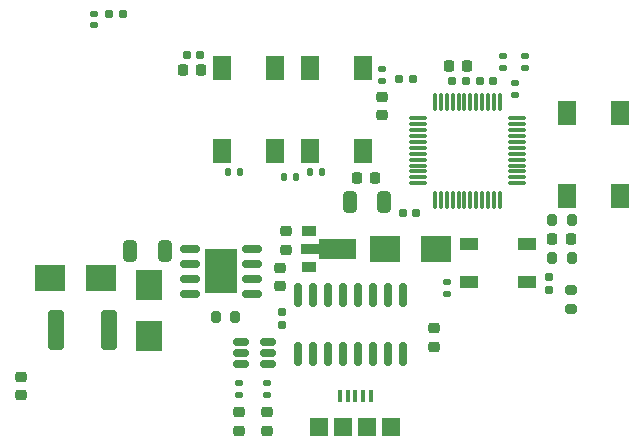
<source format=gtp>
%TF.GenerationSoftware,KiCad,Pcbnew,6.0.6-3a73a75311~116~ubuntu20.04.1*%
%TF.CreationDate,2022-07-24T13:39:07-06:00*%
%TF.ProjectId,fancy-node,66616e63-792d-46e6-9f64-652e6b696361,rev?*%
%TF.SameCoordinates,Original*%
%TF.FileFunction,Paste,Top*%
%TF.FilePolarity,Positive*%
%FSLAX46Y46*%
G04 Gerber Fmt 4.6, Leading zero omitted, Abs format (unit mm)*
G04 Created by KiCad (PCBNEW 6.0.6-3a73a75311~116~ubuntu20.04.1) date 2022-07-24 13:39:07*
%MOMM*%
%LPD*%
G01*
G04 APERTURE LIST*
G04 Aperture macros list*
%AMRoundRect*
0 Rectangle with rounded corners*
0 $1 Rounding radius*
0 $2 $3 $4 $5 $6 $7 $8 $9 X,Y pos of 4 corners*
0 Add a 4 corners polygon primitive as box body*
4,1,4,$2,$3,$4,$5,$6,$7,$8,$9,$2,$3,0*
0 Add four circle primitives for the rounded corners*
1,1,$1+$1,$2,$3*
1,1,$1+$1,$4,$5*
1,1,$1+$1,$6,$7*
1,1,$1+$1,$8,$9*
0 Add four rect primitives between the rounded corners*
20,1,$1+$1,$2,$3,$4,$5,0*
20,1,$1+$1,$4,$5,$6,$7,0*
20,1,$1+$1,$6,$7,$8,$9,0*
20,1,$1+$1,$8,$9,$2,$3,0*%
%AMFreePoly0*
4,1,9,3.862500,-0.866500,0.737500,-0.866500,0.737500,-0.450000,-0.737500,-0.450000,-0.737500,0.450000,0.737500,0.450000,0.737500,0.866500,3.862500,0.866500,3.862500,-0.866500,3.862500,-0.866500,$1*%
G04 Aperture macros list end*
%ADD10RoundRect,0.135000X-0.135000X-0.185000X0.135000X-0.185000X0.135000X0.185000X-0.135000X0.185000X0*%
%ADD11RoundRect,0.155000X0.155000X-0.212500X0.155000X0.212500X-0.155000X0.212500X-0.155000X-0.212500X0*%
%ADD12RoundRect,0.250000X-0.325000X-0.650000X0.325000X-0.650000X0.325000X0.650000X-0.325000X0.650000X0*%
%ADD13R,2.500000X2.300000*%
%ADD14RoundRect,0.200000X-0.275000X0.200000X-0.275000X-0.200000X0.275000X-0.200000X0.275000X0.200000X0*%
%ADD15RoundRect,0.225000X-0.250000X0.225000X-0.250000X-0.225000X0.250000X-0.225000X0.250000X0.225000X0*%
%ADD16RoundRect,0.200000X0.200000X0.275000X-0.200000X0.275000X-0.200000X-0.275000X0.200000X-0.275000X0*%
%ADD17RoundRect,0.150000X0.150000X-0.825000X0.150000X0.825000X-0.150000X0.825000X-0.150000X-0.825000X0*%
%ADD18RoundRect,0.225000X0.225000X0.250000X-0.225000X0.250000X-0.225000X-0.250000X0.225000X-0.250000X0*%
%ADD19R,1.500000X1.000000*%
%ADD20RoundRect,0.150000X0.675000X0.150000X-0.675000X0.150000X-0.675000X-0.150000X0.675000X-0.150000X0*%
%ADD21R,2.700000X3.800000*%
%ADD22RoundRect,0.075000X-0.075000X0.662500X-0.075000X-0.662500X0.075000X-0.662500X0.075000X0.662500X0*%
%ADD23RoundRect,0.075000X-0.662500X0.075000X-0.662500X-0.075000X0.662500X-0.075000X0.662500X0.075000X0*%
%ADD24RoundRect,0.135000X0.185000X-0.135000X0.185000X0.135000X-0.185000X0.135000X-0.185000X-0.135000X0*%
%ADD25RoundRect,0.200000X-0.200000X-0.275000X0.200000X-0.275000X0.200000X0.275000X-0.200000X0.275000X0*%
%ADD26RoundRect,0.250000X0.400000X1.450000X-0.400000X1.450000X-0.400000X-1.450000X0.400000X-1.450000X0*%
%ADD27RoundRect,0.155000X0.212500X0.155000X-0.212500X0.155000X-0.212500X-0.155000X0.212500X-0.155000X0*%
%ADD28R,2.300000X2.500000*%
%ADD29RoundRect,0.155000X-0.212500X-0.155000X0.212500X-0.155000X0.212500X0.155000X-0.212500X0.155000X0*%
%ADD30RoundRect,0.225000X-0.225000X-0.250000X0.225000X-0.250000X0.225000X0.250000X-0.225000X0.250000X0*%
%ADD31RoundRect,0.135000X0.135000X0.185000X-0.135000X0.185000X-0.135000X-0.185000X0.135000X-0.185000X0*%
%ADD32R,1.500000X2.000000*%
%ADD33RoundRect,0.218750X-0.256250X0.218750X-0.256250X-0.218750X0.256250X-0.218750X0.256250X0.218750X0*%
%ADD34RoundRect,0.147500X-0.172500X0.147500X-0.172500X-0.147500X0.172500X-0.147500X0.172500X0.147500X0*%
%ADD35RoundRect,0.225000X0.250000X-0.225000X0.250000X0.225000X-0.250000X0.225000X-0.250000X-0.225000X0*%
%ADD36R,0.320000X1.080000*%
%ADD37R,1.500000X1.550000*%
%ADD38RoundRect,0.150000X0.512500X0.150000X-0.512500X0.150000X-0.512500X-0.150000X0.512500X-0.150000X0*%
%ADD39R,1.300000X0.900000*%
%ADD40FreePoly0,0.000000*%
G04 APERTURE END LIST*
D10*
%TO.C,R4*%
X57090000Y-79200000D03*
X58110000Y-79200000D03*
%TD*%
D11*
%TO.C,C1*%
X56900000Y-91767500D03*
X56900000Y-90632500D03*
%TD*%
%TO.C,C7*%
X79500000Y-88800000D03*
X79500000Y-87665000D03*
%TD*%
D12*
%TO.C,C14*%
X44025000Y-85500000D03*
X46975000Y-85500000D03*
%TD*%
D13*
%TO.C,D5*%
X65650000Y-85300000D03*
X69950000Y-85300000D03*
%TD*%
D14*
%TO.C,R8*%
X81400000Y-88775000D03*
X81400000Y-90425000D03*
%TD*%
D15*
%TO.C,C8*%
X57200000Y-83825000D03*
X57200000Y-85375000D03*
%TD*%
D16*
%TO.C,R10*%
X81425000Y-86100000D03*
X79775000Y-86100000D03*
%TD*%
D17*
%TO.C,U1*%
X58255000Y-94175000D03*
X59525000Y-94175000D03*
X60795000Y-94175000D03*
X62065000Y-94175000D03*
X63335000Y-94175000D03*
X64605000Y-94175000D03*
X65875000Y-94175000D03*
X67145000Y-94175000D03*
X67145000Y-89225000D03*
X65875000Y-89225000D03*
X64605000Y-89225000D03*
X63335000Y-89225000D03*
X62065000Y-89225000D03*
X60795000Y-89225000D03*
X59525000Y-89225000D03*
X58255000Y-89225000D03*
%TD*%
D13*
%TO.C,D3*%
X41550000Y-87800000D03*
X37250000Y-87800000D03*
%TD*%
D18*
%TO.C,C16*%
X50075000Y-70200000D03*
X48525000Y-70200000D03*
%TD*%
D19*
%TO.C,U3*%
X72750000Y-84900000D03*
X72750000Y-88100000D03*
X77650000Y-88100000D03*
X77650000Y-84900000D03*
%TD*%
D20*
%TO.C,U6*%
X54325000Y-89105000D03*
X54325000Y-87835000D03*
X54325000Y-86565000D03*
X54325000Y-85295000D03*
X49075000Y-85295000D03*
X49075000Y-86565000D03*
X49075000Y-87835000D03*
X49075000Y-89105000D03*
D21*
X51700000Y-87200000D03*
%TD*%
D22*
%TO.C,U2*%
X75350000Y-72837500D03*
X74850000Y-72837500D03*
X74350000Y-72837500D03*
X73850000Y-72837500D03*
X73350000Y-72837500D03*
X72850000Y-72837500D03*
X72350000Y-72837500D03*
X71850000Y-72837500D03*
X71350000Y-72837500D03*
X70850000Y-72837500D03*
X70350000Y-72837500D03*
X69850000Y-72837500D03*
D23*
X68437500Y-74250000D03*
X68437500Y-74750000D03*
X68437500Y-75250000D03*
X68437500Y-75750000D03*
X68437500Y-76250000D03*
X68437500Y-76750000D03*
X68437500Y-77250000D03*
X68437500Y-77750000D03*
X68437500Y-78250000D03*
X68437500Y-78750000D03*
X68437500Y-79250000D03*
X68437500Y-79750000D03*
D22*
X69850000Y-81162500D03*
X70350000Y-81162500D03*
X70850000Y-81162500D03*
X71350000Y-81162500D03*
X71850000Y-81162500D03*
X72350000Y-81162500D03*
X72850000Y-81162500D03*
X73350000Y-81162500D03*
X73850000Y-81162500D03*
X74350000Y-81162500D03*
X74850000Y-81162500D03*
X75350000Y-81162500D03*
D23*
X76762500Y-79750000D03*
X76762500Y-79250000D03*
X76762500Y-78750000D03*
X76762500Y-78250000D03*
X76762500Y-77750000D03*
X76762500Y-77250000D03*
X76762500Y-76750000D03*
X76762500Y-76250000D03*
X76762500Y-75750000D03*
X76762500Y-75250000D03*
X76762500Y-74750000D03*
X76762500Y-74250000D03*
%TD*%
D24*
%TO.C,R9*%
X70900000Y-89110000D03*
X70900000Y-88090000D03*
%TD*%
D25*
%TO.C,R11*%
X79775000Y-82900000D03*
X81425000Y-82900000D03*
%TD*%
D26*
%TO.C,TH1*%
X42225000Y-92200000D03*
X37775000Y-92200000D03*
%TD*%
D24*
%TO.C,R5*%
X76600000Y-72310000D03*
X76600000Y-71290000D03*
%TD*%
D25*
%TO.C,R14*%
X51275000Y-91100000D03*
X52925000Y-91100000D03*
%TD*%
D27*
%TO.C,C2*%
X74767500Y-71100000D03*
X73632500Y-71100000D03*
%TD*%
D18*
%TO.C,C4*%
X72575000Y-69800000D03*
X71025000Y-69800000D03*
%TD*%
D28*
%TO.C,D4*%
X45600000Y-92650000D03*
X45600000Y-88350000D03*
%TD*%
D24*
%TO.C,R7*%
X77500000Y-70020000D03*
X77500000Y-69000000D03*
%TD*%
%TO.C,R12*%
X55600000Y-97710000D03*
X55600000Y-96690000D03*
%TD*%
D12*
%TO.C,C10*%
X62625000Y-81300000D03*
X65575000Y-81300000D03*
%TD*%
D24*
%TO.C,R6*%
X75600000Y-70020000D03*
X75600000Y-69000000D03*
%TD*%
D29*
%TO.C,C3*%
X71332500Y-71100000D03*
X72467500Y-71100000D03*
%TD*%
%TO.C,C13*%
X67132500Y-82300000D03*
X68267500Y-82300000D03*
%TD*%
D24*
%TO.C,R13*%
X53300000Y-97710000D03*
X53300000Y-96690000D03*
%TD*%
D30*
%TO.C,C12*%
X63225000Y-79300000D03*
X64775000Y-79300000D03*
%TD*%
D27*
%TO.C,C17*%
X43400000Y-65400000D03*
X42265000Y-65400000D03*
%TD*%
D31*
%TO.C,R3*%
X53310000Y-78800000D03*
X52290000Y-78800000D03*
%TD*%
D32*
%TO.C,SW2*%
X51850000Y-77000000D03*
X51850000Y-70000000D03*
X56350000Y-70000000D03*
X56350000Y-77000000D03*
%TD*%
D31*
%TO.C,R2*%
X60310000Y-78800000D03*
X59290000Y-78800000D03*
%TD*%
D18*
%TO.C,C9*%
X81350000Y-84500000D03*
X79800000Y-84500000D03*
%TD*%
D33*
%TO.C,D7*%
X53300000Y-99112500D03*
X53300000Y-100687500D03*
%TD*%
D29*
%TO.C,C15*%
X48832500Y-68900000D03*
X49967500Y-68900000D03*
%TD*%
D34*
%TO.C,L1*%
X41000000Y-65415000D03*
X41000000Y-66385000D03*
%TD*%
D32*
%TO.C,SW1*%
X59250000Y-70000000D03*
X59250000Y-77000000D03*
X63750000Y-70000000D03*
X63750000Y-77000000D03*
%TD*%
D35*
%TO.C,C18*%
X56700000Y-88475000D03*
X56700000Y-86925000D03*
%TD*%
D36*
%TO.C,J1*%
X61800000Y-97725000D03*
X62450000Y-97725000D03*
X63100000Y-97725000D03*
X63750000Y-97725000D03*
X64400000Y-97725000D03*
D37*
X62100000Y-100400000D03*
X64100000Y-100400000D03*
X60050000Y-100400000D03*
X66150000Y-100400000D03*
%TD*%
D24*
%TO.C,R1*%
X65400000Y-71110000D03*
X65400000Y-70090000D03*
%TD*%
D38*
%TO.C,D2*%
X55700000Y-95050000D03*
X55700000Y-94100000D03*
X55700000Y-93150000D03*
X53425000Y-93150000D03*
X53425000Y-94100000D03*
X53425000Y-95050000D03*
%TD*%
D32*
%TO.C,SW3*%
X81050000Y-80800000D03*
X81050000Y-73800000D03*
X85550000Y-80800000D03*
X85550000Y-73800000D03*
%TD*%
D39*
%TO.C,U4*%
X59150000Y-83800000D03*
D40*
X59237500Y-85300000D03*
D39*
X59150000Y-86800000D03*
%TD*%
D33*
%TO.C,D6*%
X55600000Y-99112500D03*
X55600000Y-100687500D03*
%TD*%
D29*
%TO.C,C5*%
X66832500Y-70900000D03*
X67967500Y-70900000D03*
%TD*%
D15*
%TO.C,C11*%
X34800000Y-96125000D03*
X34800000Y-97675000D03*
%TD*%
D33*
%TO.C,D1*%
X65400000Y-72425000D03*
X65400000Y-74000000D03*
%TD*%
D35*
%TO.C,C6*%
X69800000Y-93575000D03*
X69800000Y-92025000D03*
%TD*%
M02*

</source>
